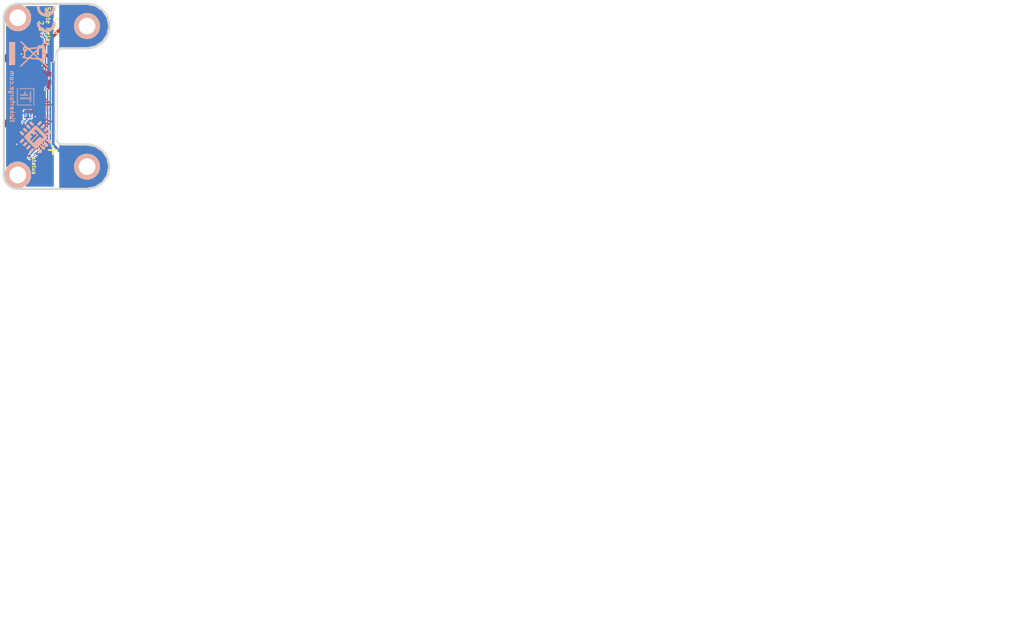
<source format=kicad_pcb>
(kicad_pcb (version 4) (host pcbnew 4.0.7-e2-6376~58~ubuntu17.04.1)
  (title_block (title "Solid State Relay Bricklet") (rev 1.0) (company "Tinkerforge GmbH") (comment 1 "Licensed under CERN OHL v.1.1") (comment 2 "Copyright (©) 2014, B.Nordmeyer <bastian@tinkerforge.com>"))
  (layers (0 Vorderseite mixed) (31 Rückseite signal hide) (34 B.Paste user) (35 F.Paste user) (36 B.SilkS user) (37 F.SilkS user) (38 B.Mask user) (39 F.Mask user) (44 Edge.Cuts user))
  (net 0 "")
  (net 1 +5V)
  (net 2 GND)
  (net 3 VCC)
  (net 4 "Net-(P1-Pad4)")
  (net 5 "Net-(P1-Pad5)")
  (net 6 "Net-(P1-Pad6)")
  (net 7 "Net-(P2-Pad1)")
  (net 8 "Net-(U1-Pad7)")
  (net 9 "Net-(C1-Pad1)")
  (net 10 "Net-(D1-Pad2)")
  (net 11 "Net-(P5-Pad2)")
  (net 12 SSR)
  (net 13 "Net-(R3-Pad1)")
  (net 14 S-MISO)
  (net 15 S-MOSI)
  (net 16 S-CLK)
  (net 17 S-CS)
  (net 18 "Net-(U1-Pad2)")
  (net 19 "Net-(U1-Pad3)")
  (net 20 "Net-(U1-Pad5)")
  (net 21 "Net-(U1-Pad6)")
  (net 22 "Net-(U1-Pad8)")
  (net 23 "Net-(U1-Pad11)")
  (net 24 "Net-(U1-Pad12)")
  (net 25 "Net-(U1-Pad14)")
  (net 26 "Net-(U1-Pad16)")
  (net 27 "Net-(U1-Pad17)")
  (net 28 "Net-(U1-Pad18)")
  (net 29 "Net-(U1-Pad19)")
  (net 30 "Net-(U1-Pad20)")
  (net 31 "Net-(U1-Pad21)")
  (module kicad-libraries:WEEE_7mm (layer Rückseite) (at 102.9 58.45 90)
    (fp_text reference VAL hide)
    (fp_text value WEEE_7mm hide)
  )
  (module kicad-libraries:SOT23GDS (layer Vorderseite) (at 102.6 56.8 90)
    (fp_text reference Q1)
    (fp_text value 2N7002P)
    (pad S smd rect (at -0.889 -1.016 90) (size 0.9144 0.9144) (layers Vorderseite F.Paste F.Mask) (net 2 GND))
    (pad G smd rect (at 0.889 -1.016 90) (size 0.9144 0.9144) (layers Vorderseite F.Paste F.Mask) (net 12 SSR))
    (pad D smd rect (at 0 1.016 90) (size 0.9144 0.9144) (layers Vorderseite F.Paste F.Mask) (net 7 "Net-(P2-Pad1)"))
  )
  (module Logo_31x31m (layer Rückseite) (at 103.9 64.7 270)
    (fp_text reference G*** hide)
    (fp_text value LOGO hide)
  )
  (module kicad-libraries:Fiducial_Mark (layer Vorderseite) (at 105.4 81.4)
    (fp_text reference Fiducial_Mark hide)
    (fp_text value VAL** hide)
    (pad 1 smd circle (at 0 0) (size 1.00076 1.00076) (layers Vorderseite F.Paste F.Mask) (clearance 0.65024))
  )
  (module kicad-libraries:C0402E (layer Vorderseite) (at 104.8 69.2 270)
    (fp_text reference C1)
    (fp_text value 220pF)
    (pad 1 smd rect (at -0.65 0 270) (size 0.7 0.9) (layers Vorderseite F.Paste F.Mask) (net 9 "Net-(C1-Pad1)"))
    (pad 2 smd rect (at 0.65 0 270) (size 0.7 0.9) (layers Vorderseite F.Paste F.Mask) (net 2 GND))
  )
  (module kicad-libraries:C0805 (layer Vorderseite) (at 105 62.7 90)
    (fp_text reference C2)
    (fp_text value 10uF)
    (pad 1 smd rect (at -1.00076 0 90) (size 1.00076 1.24968) (layers Vorderseite F.Paste F.Mask) (net 3 VCC) (clearance 0.14986))
    (pad 2 smd rect (at 1.00076 0 90) (size 1.00076 1.24968) (layers Vorderseite F.Paste F.Mask) (net 2 GND) (clearance 0.14986))
  )
  (module kicad-libraries:C0603F (layer Vorderseite) (at 106.5 62.9 90)
    (fp_text reference C3)
    (fp_text value 1uF)
    (pad 1 smd rect (at -0.75 0 90) (size 0.9 0.9) (layers Vorderseite F.Paste F.Mask) (net 3 VCC))
    (pad 2 smd rect (at 0.75 0 90) (size 0.9 0.9) (layers Vorderseite F.Paste F.Mask) (net 2 GND))
  )
  (module kicad-libraries:C0603F (layer Vorderseite) (at 101.8 75.9 135)
    (fp_text reference C4)
    (fp_text value 100nF)
    (pad 1 smd rect (at -0.75 0 135) (size 0.9 0.9) (layers Vorderseite F.Paste F.Mask) (net 3 VCC))
    (pad 2 smd rect (at 0.75 0 135) (size 0.9 0.9) (layers Vorderseite F.Paste F.Mask) (net 2 GND))
  )
  (module kicad-libraries:D0603E (layer Vorderseite) (at 105.15 78.7 270)
    (fp_text reference D1)
    (fp_text value blue)
    (pad 1 smd rect (at -0.8501 0 270) (size 1.1 1) (layers Vorderseite F.Paste F.Mask) (net 3 VCC))
    (pad 2 smd rect (at 0.8501 0 270) (size 1.1 1) (layers Vorderseite F.Paste F.Mask) (net 10 "Net-(D1-Pad2)"))
  )
  (module kicad-libraries:CON-SENSOR2 (layer Vorderseite) (at 98.4 65.2 270)
    (fp_text reference P1)
    (fp_text value CON-SENSOR2)
    (pad 1 smd rect (at -3.75 -4.6 270) (size 0.6 1.8) (layers Vorderseite F.Paste F.Mask) (net 1 +5V))
    (pad 2 smd rect (at -2.5 -4.6 270) (size 0.6 1.8) (layers Vorderseite F.Paste F.Mask) (net 2 GND))
    (pad EP smd rect (at -5.9 -1.2 270) (size 1.4 2.4) (layers Vorderseite F.Paste F.Mask) (net 2 GND))
    (pad EP smd rect (at 5.9 -1.2 270) (size 1.4 2.4) (layers Vorderseite F.Paste F.Mask) (net 2 GND))
    (pad 3 smd rect (at -1.25 -4.6 270) (size 0.6 1.8) (layers Vorderseite F.Paste F.Mask) (net 3 VCC))
    (pad 4 smd rect (at 0 -4.6 270) (size 0.6 1.8) (layers Vorderseite F.Paste F.Mask) (net 4 "Net-(P1-Pad4)"))
    (pad 5 smd rect (at 1.25 -4.6 270) (size 0.6 1.8) (layers Vorderseite F.Paste F.Mask) (net 5 "Net-(P1-Pad5)"))
    (pad 6 smd rect (at 2.5 -4.6 270) (size 0.6 1.8) (layers Vorderseite F.Paste F.Mask) (net 6 "Net-(P1-Pad6)"))
    (pad 7 smd rect (at 3.75 -4.6 270) (size 0.6 1.8) (layers Vorderseite F.Paste F.Mask) (net 9 "Net-(C1-Pad1)"))
  )
  (module kicad-libraries:Drill (layer Vorderseite) (at 113.4 53.5)
    (fp_text reference P2 hide)
    (fp_text value TST hide)
    (pad 1 thru_hole circle (at 0 0) (size 4.699 4.699) (drill 2.99974) (layers *.Cu *.SilkS *.Mask) (net 7 "Net-(P2-Pad1)"))
  )
  (module kicad-libraries:Drill (layer Vorderseite) (at 113.4 78.9)
    (fp_text reference P3 hide)
    (fp_text value TST hide)
    (pad 1 thru_hole circle (at 0 0) (size 4.699 4.699) (drill 2.99974) (layers *.Cu *.SilkS *.Mask) (net 1 +5V))
  )
  (module kicad-libraries:SolderJumper (layer Rückseite) (at 102.7 69.45 270)
    (fp_text reference P5)
    (fp_text value BOOT)
    (pad 2 smd rect (at 0.55 0 270) (size 0.3 1.4) (layers Rückseite B.Mask) (net 11 "Net-(P5-Pad2)"))
    (pad 2 smd rect (at 0.15 0 270) (size 0.6 0.5) (layers Rückseite B.Mask) (net 11 "Net-(P5-Pad2)"))
    (pad 1 smd rect (at -0.5 0 270) (size 0.4 1.4) (layers Rückseite B.Mask) (net 2 GND))
    (pad 1 smd rect (at -0.225 -0.55 270) (size 0.95 0.3) (layers Rückseite B.Mask) (net 2 GND))
    (pad 1 smd rect (at -0.225 0.55 270) (size 0.95 0.3) (layers Rückseite B.Mask) (net 2 GND))
  )
  (module kicad-libraries:R0603F (layer Vorderseite) (at 106.55 78.7 270)
    (fp_text reference R3)
    (fp_text value 1k)
    (pad 1 smd rect (at -0.75 0 270) (size 0.9 0.9) (layers Vorderseite F.Paste F.Mask) (net 13 "Net-(R3-Pad1)"))
    (pad 2 smd rect (at 0.75 0 270) (size 0.9 0.9) (layers Vorderseite F.Paste F.Mask) (net 10 "Net-(D1-Pad2)"))
  )
  (module kicad-libraries:4X0402 (layer Vorderseite) (at 106.5 69.2 180)
    (fp_text reference RP1)
    (fp_text value 82)
    (pad 1 smd rect (at -0.7493 0.575) (size 0.29972 0.65) (layers Vorderseite F.Paste F.Mask) (net 4 "Net-(P1-Pad4)"))
    (pad 2 smd rect (at -0.24892 0.575) (size 0.29972 0.65) (layers Vorderseite F.Paste F.Mask) (net 5 "Net-(P1-Pad5)"))
    (pad 3 smd rect (at 0.24892 0.575) (size 0.29972 0.65) (layers Vorderseite F.Paste F.Mask) (net 6 "Net-(P1-Pad6)"))
    (pad 4 smd rect (at 0.7493 0.575) (size 0.29972 0.65) (layers Vorderseite F.Paste F.Mask) (net 9 "Net-(C1-Pad1)"))
    (pad 5 smd rect (at 0.7493 -0.575 180) (size 0.29972 0.65) (layers Vorderseite F.Paste F.Mask) (net 14 S-MISO))
    (pad 6 smd rect (at 0.24892 -0.575 180) (size 0.29972 0.65) (layers Vorderseite F.Paste F.Mask) (net 15 S-MOSI))
    (pad 7 smd rect (at -0.24892 -0.575 180) (size 0.29972 0.65) (layers Vorderseite F.Paste F.Mask) (net 16 S-CLK))
    (pad 8 smd rect (at -0.7493 -0.575 180) (size 0.29972 0.65) (layers Vorderseite F.Paste F.Mask) (net 17 S-CS))
  )
  (module kicad-libraries:QFN24-4x4mm-0.5mm (layer Vorderseite) (at 104.1 73.5 315)
    (fp_text reference U1)
    (fp_text value XMC110024)
    (pad 1 smd oval (at -2.025 -1.25 315) (size 1 0.3) (layers Vorderseite F.Paste F.Mask) (net 14 S-MISO))
    (pad 2 smd oval (at -2.025 -0.75 315) (size 1 0.3) (layers Vorderseite F.Paste F.Mask) (net 18 "Net-(U1-Pad2)"))
    (pad 3 smd oval (at -2.025 -0.25 315) (size 1 0.3) (layers Vorderseite F.Paste F.Mask) (net 19 "Net-(U1-Pad3)"))
    (pad 4 smd oval (at -2.025 0.25 315) (size 1 0.3) (layers Vorderseite F.Paste F.Mask) (net 11 "Net-(P5-Pad2)"))
    (pad 5 smd oval (at -2.025 0.75 315) (size 1 0.3) (layers Vorderseite F.Paste F.Mask) (net 20 "Net-(U1-Pad5)"))
    (pad 6 smd oval (at -2.025 1.25 315) (size 1 0.3) (layers Vorderseite F.Paste F.Mask) (net 21 "Net-(U1-Pad6)"))
    (pad 7 smd oval (at -1.25 2.025 45) (size 1 0.3) (layers Vorderseite F.Paste F.Mask) (net 8 "Net-(U1-Pad7)"))
    (pad 8 smd oval (at -0.75 2.025 45) (size 1 0.3) (layers Vorderseite F.Paste F.Mask) (net 22 "Net-(U1-Pad8)"))
    (pad 9 smd oval (at -0.25 2.025 45) (size 1 0.3) (layers Vorderseite F.Paste F.Mask) (net 2 GND))
    (pad 10 smd oval (at 0.25 2.025 45) (size 1 0.3) (layers Vorderseite F.Paste F.Mask) (net 3 VCC))
    (pad 11 smd oval (at 0.75 2.025 45) (size 1 0.3) (layers Vorderseite F.Paste F.Mask) (net 23 "Net-(U1-Pad11)"))
    (pad 12 smd oval (at 1.25 2.025 45) (size 1 0.3) (layers Vorderseite F.Paste F.Mask) (net 24 "Net-(U1-Pad12)"))
    (pad 13 smd oval (at 2.025 1.25 315) (size 1 0.3) (layers Vorderseite F.Paste F.Mask) (net 12 SSR))
    (pad 14 smd oval (at 2.025 0.75 315) (size 1 0.3) (layers Vorderseite F.Paste F.Mask) (net 25 "Net-(U1-Pad14)"))
    (pad 15 smd oval (at 2.025 0.25 315) (size 1 0.3) (layers Vorderseite F.Paste F.Mask) (net 13 "Net-(R3-Pad1)"))
    (pad 16 smd oval (at 2.025 -0.25 315) (size 1 0.3) (layers Vorderseite F.Paste F.Mask) (net 26 "Net-(U1-Pad16)"))
    (pad 17 smd oval (at 2.025 -0.75 315) (size 1 0.3) (layers Vorderseite F.Paste F.Mask) (net 27 "Net-(U1-Pad17)"))
    (pad 18 smd oval (at 2.025 -1.25 315) (size 1 0.3) (layers Vorderseite F.Paste F.Mask) (net 28 "Net-(U1-Pad18)"))
    (pad 19 smd oval (at 1.25 -2.025 45) (size 1 0.3) (layers Vorderseite F.Paste F.Mask) (net 29 "Net-(U1-Pad19)"))
    (pad 20 smd oval (at 0.75 -2.025 45) (size 1 0.3) (layers Vorderseite F.Paste F.Mask) (net 30 "Net-(U1-Pad20)"))
    (pad 21 smd oval (at 0.25 -2.025 45) (size 1 0.3) (layers Vorderseite F.Paste F.Mask) (net 31 "Net-(U1-Pad21)"))
    (pad 22 smd oval (at -0.25 -2.025 45) (size 1 0.3) (layers Vorderseite F.Paste F.Mask) (net 17 S-CS))
    (pad 23 smd oval (at -0.75 -2.025 45) (size 1 0.3) (layers Vorderseite F.Paste F.Mask) (net 16 S-CLK))
    (pad 24 smd oval (at -1.25 -2.025 45) (size 1 0.3) (layers Vorderseite F.Paste F.Mask) (net 15 S-MOSI))
    (pad EXP smd rect (at 0.65 0.65 315) (size 1.3 1.3) (layers Vorderseite F.Paste F.Mask) (net 2 GND))
    (pad EXP smd rect (at 0.65 -0.65 315) (size 1.3 1.3) (layers Vorderseite F.Paste F.Mask) (net 2 GND))
    (pad EXP smd rect (at -0.65 0.65 315) (size 1.3 1.3) (layers Vorderseite F.Paste F.Mask) (net 2 GND))
    (pad EXP smd rect (at -0.65 -0.65 315) (size 1.3 1.3) (layers Vorderseite F.Paste F.Mask) (net 2 GND))
  )
  (module kicad-libraries:DRILL_NP (layer Vorderseite) (at 100.9 52)
    (fp_text reference U2 hide)
    (fp_text value DRILL hide)
    (pad "" np_thru_hole circle (at 0 0) (size 2.99974 2.99974) (drill 2.99974) (layers *.Cu *.Mask F.SilkS) (clearance 0.89916))
  )
  (module kicad-libraries:DRILL_NP (layer Vorderseite) (at 100.9 80.4)
    (fp_text reference U3 hide)
    (fp_text value DRILL hide)
    (pad "" np_thru_hole circle (at 0 0) (size 2.99974 2.99974) (drill 2.99974) (layers *.Cu *.Mask F.SilkS) (clearance 0.89916))
  )
  (module kicad-libraries:R0603F (layer Vorderseite) (at 99.8 56.8 270)
    (fp_text reference R1)
    (fp_text value 10k)
    (pad 1 smd rect (at -0.75 0 270) (size 0.9 0.9) (layers Vorderseite F.Paste F.Mask) (net 12 SSR))
    (pad 2 smd rect (at 0.75 0 270) (size 0.9 0.9) (layers Vorderseite F.Paste F.Mask) (net 2 GND))
  )
  (module kicad-libraries:R0603F (layer Vorderseite) (at 104.9 57.6 90)
    (fp_text reference R2)
    (fp_text value 1k)
    (pad 1 smd rect (at -0.75 0 90) (size 0.9 0.9) (layers Vorderseite F.Paste F.Mask) (net 1 +5V))
    (pad 2 smd rect (at 0.75 0 90) (size 0.9 0.9) (layers Vorderseite F.Paste F.Mask) (net 7 "Net-(P2-Pad1)"))
  )
  (module kicad-libraries:Logo_CoMCU (layer Rückseite) (at 104.15 73.55 135)
    (fp_text reference G*** hide)
    (fp_text value LOGO hide)
  )
  (module kicad-libraries:CE_5mm (layer Rückseite) (at 106.025 52.25 90)
    (fp_text reference VAL hide)
    (fp_text value CE_5mm hide)
  )
  (gr_text status (at 103.85 78.7 270) (layer F.SilkS) (effects (font (size 0.7 0.7))))
  (gr_line (start 113.4 74.9) (end 108.9 74.9) (angle 90) (layer Edge.Cuts) (width 0.381))
  (gr_line (start 107.9 58.5) (end 107.9 73.9) (angle 90) (layer Edge.Cuts) (width 0.381))
  (gr_line (start 113.4 57.5) (end 108.9 57.5) (angle 90) (layer Edge.Cuts) (width 0.381))
  (gr_arc (start 108.9 58.5) (end 107.9 58.5) (angle 90) (layer Edge.Cuts) (width 0.381))
  (gr_arc (start 108.9 73.9) (end 108.9 74.9) (angle 90) (layer Edge.Cuts) (width 0.381))
  (gr_text + (at 107.23 75.75) (layer F.SilkS) (effects (font (size 2 2) (thickness 0.3))))
  (gr_text tinkerforge.com (at 99.9 66.2 270) (layer B.SilkS) (effects (font (size 0.8 0.8)) (justify mirror)))
  (gr_line (start 98.4 80.4) (end 98.4 52) (angle 90) (layer Edge.Cuts) (width 0.381))
  (gr_arc (start 113.4 78.9) (end 117.4 78.9) (angle 90) (layer Edge.Cuts) (width 0.381))
  (gr_arc (start 113.4 78.9) (end 113.4 74.9) (angle 90) (layer Edge.Cuts) (width 0.381))
  (gr_arc (start 113.4 53.5) (end 113.4 49.5) (angle 90) (layer Edge.Cuts) (width 0.381))
  (gr_arc (start 113.4 53.5) (end 117.4 53.5) (angle 90) (layer Edge.Cuts) (width 0.381))
  (gr_line (start 113.4 82.9) (end 100.9 82.9) (angle 90) (layer Edge.Cuts) (width 0.381))
  (gr_line (start 113.4 49.5) (end 100.9 49.5) (angle 90) (layer Edge.Cuts) (width 0.381))
  (gr_arc (start 100.9 52) (end 98.4 52) (angle 90) (layer Edge.Cuts) (width 0.381))
  (gr_arc (start 100.9 80.4) (end 100.9 82.9) (angle 90) (layer Edge.Cuts) (width 0.381))
  (gr_text "Solid\nState Relay\n2.0" (at 106.4 53.5 270) (layer F.SilkS) (effects (font (size 0.8 0.8))))
  (segment (start 104.9 58.35) (end 105.67 58.35) (width 0.5) (layer Vorderseite) (net 1))
  (segment (start 107.3 74.94) (end 111.26 78.9) (width 0.5) (layer Rückseite) (net 1))
  (segment (start 107.3 59.98) (end 107.3 74.94) (width 0.5) (layer Rückseite) (net 1))
  (via (at 107.3 59.98) (size 0.55) (drill 0.25) (layers Vorderseite Rückseite) (net 1))
  (segment (start 105.67 58.35) (end 107.3 59.98) (width 0.5) (layer Vorderseite) (net 1))
  (segment (start 111.26 78.9) (end 113.4 78.9) (width 0.29972) (layer Rückseite) (net 1))
  (segment (start 103 61.45) (end 103 60.9) (width 0.29972) (layer Vorderseite) (net 1))
  (segment (start 104.9 59) (end 104.9 58.35) (width 0.29972) (layer Vorderseite) (net 1))
  (segment (start 103 60.9) (end 104.9 59) (width 0.29972) (layer Vorderseite) (net 1))
  (segment (start 103 61.27) (end 103 61.45) (width 0.29972) (layer Vorderseite) (net 1))
  (segment (start 102.7 68.95) (end 102.7 68.325) (width 0.25) (layer Rückseite) (net 2))
  (segment (start 103.25 69.225) (end 103.775 69.225) (width 0.25) (layer Rückseite) (net 2))
  (segment (start 102.15 69.225) (end 101.675 69.225) (width 0.25) (layer Rückseite) (net 2))
  (segment (start 106.5 62.15) (end 106.5 61.1) (width 0.59944) (layer Vorderseite) (net 2))
  (via (at 105.3 60.65) (size 0.55) (drill 0.25) (layers Vorderseite Rückseite) (net 2))
  (segment (start 106.05 60.65) (end 105.3 60.65) (width 0.59944) (layer Vorderseite) (net 2))
  (segment (start 106.5 61.1) (end 106.05 60.65) (width 0.59944) (layer Vorderseite) (net 2))
  (segment (start 101.584 57.689) (end 101.584 58.556) (width 0.55) (layer Vorderseite) (net 2))
  (via (at 101.58 58.56) (size 0.55) (drill 0.25) (layers Vorderseite Rückseite) (net 2))
  (segment (start 101.584 58.556) (end 101.58 58.56) (width 0.55) (layer Vorderseite) (net 2))
  (segment (start 101.445 57.55) (end 101.584 57.689) (width 0.55) (layer Vorderseite) (net 2))
  (segment (start 104.8 69.85) (end 104.05 69.85) (width 0.55) (layer Vorderseite) (net 2))
  (via (at 104.05 69.85) (size 0.55) (drill 0.25) (layers Vorderseite Rückseite) (net 2))
  (segment (start 103.180761 73.5) (end 103.180761 74.065686) (width 0.2) (layer Vorderseite) (net 2))
  (segment (start 103.180761 74.065686) (end 102.491332 74.755115) (width 0.2) (layer Vorderseite) (net 2))
  (segment (start 105.019239 73.5) (end 104.1 72.580761) (width 0.2) (layer Vorderseite) (net 2))
  (segment (start 104.1 72.580761) (end 103.180761 73.5) (width 0.2) (layer Vorderseite) (net 2))
  (segment (start 103.180761 73.5) (end 104.1 74.419239) (width 0.2) (layer Vorderseite) (net 2))
  (segment (start 104.1 74.419239) (end 105.019239 73.5) (width 0.2) (layer Vorderseite) (net 2))
  (segment (start 101.26967 75.36967) (end 100.74 74.84) (width 0.55) (layer Vorderseite) (net 2))
  (via (at 100.74 74.84) (size 0.55) (drill 0.25) (layers Vorderseite Rückseite) (net 2))
  (segment (start 105 61.69924) (end 105.50924 61.69924) (width 0.29972) (layer Vorderseite) (net 2))
  (segment (start 105.50924 61.69924) (end 105.96 62.15) (width 0.59944) (layer Vorderseite) (net 2))
  (segment (start 105.96 62.15) (end 106.5 62.15) (width 0.59944) (layer Vorderseite) (net 2))
  (segment (start 103 62.7) (end 103.99924 62.7) (width 0.59944) (layer Vorderseite) (net 2))
  (segment (start 103.99924 62.7) (end 105 61.69924) (width 0.59944) (layer Vorderseite) (net 2))
  (segment (start 99.8 57.55) (end 99.8 59.1) (width 0.55) (layer Vorderseite) (net 2))
  (segment (start 99.8 59.1) (end 99.6 59.3) (width 0.55) (layer Vorderseite) (net 2))
  (segment (start 99.6 59.3) (end 99.6 60.375) (width 0.55) (layer Vorderseite) (net 2))
  (via (at 99.6 60.375) (size 0.55) (drill 0.25) (layers Vorderseite Rückseite) (net 2))
  (segment (start 99.6 71.1) (end 99.6 70.025) (width 0.55) (layer Vorderseite) (net 2))
  (via (at 99.6 70.025) (size 0.55) (drill 0.25) (layers Vorderseite Rückseite) (net 2))
  (segment (start 102.491332 74.755115) (end 102.491332 74.758668) (width 0.2) (layer Vorderseite) (net 2))
  (segment (start 102.491332 74.758668) (end 101.88033 75.36967) (width 0.2) (layer Vorderseite) (net 2))
  (segment (start 101.88033 75.36967) (end 101.26967 75.36967) (width 0.2) (layer Vorderseite) (net 2))
  (segment (start 105.15 77.8499) (end 103.6999 77.8499) (width 0.2) (layer Vorderseite) (net 3))
  (segment (start 103.6999 77.8499) (end 103.1 77.25) (width 0.2) (layer Vorderseite) (net 3))
  (segment (start 106.5 63.65) (end 106.5 64.5) (width 0.59944) (layer Vorderseite) (net 3))
  (segment (start 103.125 77.225) (end 103.15 77.25) (width 0.25) (layer Vorderseite) (net 3))
  (segment (start 103.1 77.25) (end 103.125 77.225) (width 0.25) (layer Vorderseite) (net 3))
  (via (at 103.1 77.25) (size 0.55) (drill 0.25) (layers Vorderseite Rückseite) (net 3))
  (segment (start 103.1 76.75) (end 103.1 77.25) (width 0.25) (layer Rückseite) (net 3))
  (segment (start 106.3 73.55) (end 103.1 76.75) (width 0.25) (layer Rückseite) (net 3))
  (segment (start 106.3 65) (end 106.3 73.55) (width 0.25) (layer Rückseite) (net 3))
  (segment (start 106.15 64.85) (end 106.3 65) (width 0.25) (layer Rückseite) (net 3))
  (via (at 106.15 64.85) (size 0.55) (drill 0.25) (layers Vorderseite Rückseite) (net 3))
  (segment (start 106.5 64.5) (end 106.15 64.85) (width 0.59944) (layer Vorderseite) (net 3))
  (segment (start 103.15 77.25) (end 102.33033 76.43033) (width 0.25) (layer Vorderseite) (net 3))
  (segment (start 102.33033 76.83033) (end 102.33033 76.43033) (width 0.2) (layer Vorderseite) (net 3))
  (segment (start 105 63.70076) (end 104.34924 63.70076) (width 0.59944) (layer Vorderseite) (net 3))
  (segment (start 104.1 63.95) (end 103 63.95) (width 0.59944) (layer Vorderseite) (net 3))
  (segment (start 104.34924 63.70076) (end 104.1 63.95) (width 0.59944) (layer Vorderseite) (net 3))
  (segment (start 106.5 63.65) (end 105.05076 63.65) (width 0.59944) (layer Vorderseite) (net 3))
  (segment (start 105.05076 63.65) (end 105 63.70076) (width 0.29972) (layer Vorderseite) (net 3))
  (segment (start 102.844885 75.108668) (end 102.841332 75.108668) (width 0.2) (layer Vorderseite) (net 3))
  (segment (start 102.841332 75.108668) (end 102.33033 75.61967) (width 0.2) (layer Vorderseite) (net 3))
  (segment (start 102.33033 75.61967) (end 102.33033 76.43033) (width 0.2) (layer Vorderseite) (net 3))
  (segment (start 103 65.2) (end 104.5 65.2) (width 0.2) (layer Vorderseite) (net 4))
  (segment (start 107.2493 67.9493) (end 107.2493 68.625) (width 0.2) (layer Vorderseite) (net 4))
  (segment (start 104.5 65.2) (end 107.2493 67.9493) (width 0.2) (layer Vorderseite) (net 4))
  (segment (start 102.8 66.45) (end 105.25 66.45) (width 0.2) (layer Vorderseite) (net 5))
  (segment (start 106.74892 67.94892) (end 106.74892 68.625) (width 0.2) (layer Vorderseite) (net 5))
  (segment (start 105.25 66.45) (end 106.74892 67.94892) (width 0.2) (layer Vorderseite) (net 5))
  (segment (start 103 67.7) (end 105.4 67.7) (width 0.2) (layer Vorderseite) (net 6))
  (segment (start 106.25108 67.95108) (end 106.25108 68.625) (width 0.2) (layer Vorderseite) (net 6))
  (segment (start 106 67.7) (end 106.25108 67.95108) (width 0.2) (layer Vorderseite) (net 6))
  (segment (start 105.4 67.7) (end 106 67.7) (width 0.2) (layer Vorderseite) (net 6))
  (segment (start 104.9 56.85) (end 105.75 56.85) (width 0.59944) (layer Vorderseite) (net 7))
  (segment (start 109.1 53.5) (end 113.4 53.5) (width 0.59944) (layer Vorderseite) (net 7))
  (segment (start 105.75 56.85) (end 109.1 53.5) (width 0.59944) (layer Vorderseite) (net 7))
  (segment (start 103.616 56.8) (end 104.85 56.8) (width 0.59944) (layer Vorderseite) (net 7))
  (segment (start 104.85 56.8) (end 104.9 56.85) (width 0.29972) (layer Vorderseite) (net 7))
  (segment (start 104.8 68.55) (end 104.45 68.55) (width 0.2) (layer Vorderseite) (net 9))
  (segment (start 104.45 68.55) (end 104.05 68.95) (width 0.2) (layer Vorderseite) (net 9))
  (segment (start 104.05 68.95) (end 103 68.95) (width 0.2) (layer Vorderseite) (net 9))
  (segment (start 105.7507 68.625) (end 104.875 68.625) (width 0.2) (layer Vorderseite) (net 9))
  (segment (start 104.875 68.625) (end 104.8 68.55) (width 0.2) (layer Vorderseite) (net 9))
  (segment (start 106.55 79.45) (end 106.4499 79.5501) (width 0.2) (layer Vorderseite) (net 10))
  (segment (start 106.4499 79.5501) (end 105.15 79.5501) (width 0.2) (layer Vorderseite) (net 10))
  (segment (start 106.2801 79.45) (end 106.18 79.5501) (width 0.2) (layer Vorderseite) (net 10))
  (segment (start 102.7 70) (end 102.7 69.6) (width 0.25) (layer Rückseite) (net 11))
  (segment (start 102.491332 72.244885) (end 102.491332 72.241332) (width 0.25) (layer Vorderseite) (net 11))
  (segment (start 102.491332 72.241332) (end 102 71.75) (width 0.25) (layer Vorderseite) (net 11))
  (segment (start 102 70.85) (end 102.7 70.15) (width 0.25) (layer Rückseite) (net 11))
  (via (at 102 70.85) (size 0.55) (drill 0.25) (layers Vorderseite Rückseite) (net 11))
  (segment (start 102 71.75) (end 102 70.85) (width 0.25) (layer Vorderseite) (net 11))
  (segment (start 102.7 70.15) (end 102.7 70) (width 0.25) (layer Rückseite) (net 11))
  (segment (start 101.584 55.911) (end 101.584 55.566) (width 0.25) (layer Vorderseite) (net 12))
  (segment (start 101.584 55.566) (end 102.05 55.1) (width 0.25) (layer Vorderseite) (net 12))
  (segment (start 105.05 76.217767) (end 104.648008 75.815775) (width 0.25) (layer Vorderseite) (net 12))
  (segment (start 105.05 76.45) (end 105.05 76.217767) (width 0.25) (layer Vorderseite) (net 12))
  (segment (start 104.9 76.6) (end 105.05 76.45) (width 0.25) (layer Vorderseite) (net 12))
  (segment (start 104.1 76.6) (end 104.9 76.6) (width 0.25) (layer Vorderseite) (net 12))
  (segment (start 104.05 76.65) (end 104.1 76.6) (width 0.25) (layer Vorderseite) (net 12))
  (via (at 104.05 76.65) (size 0.55) (drill 0.25) (layers Vorderseite Rückseite) (net 12))
  (segment (start 106.75 73.95) (end 104.05 76.65) (width 0.25) (layer Rückseite) (net 12))
  (segment (start 106.75 62.45) (end 106.75 73.95) (width 0.25) (layer Rückseite) (net 12))
  (segment (start 105.9 61.6) (end 106.75 62.45) (width 0.25) (layer Rückseite) (net 12))
  (segment (start 105.9 55.65) (end 105.9 61.6) (width 0.25) (layer Rückseite) (net 12))
  (segment (start 105.35 55.1) (end 105.9 55.65) (width 0.25) (layer Rückseite) (net 12))
  (via (at 105.35 55.1) (size 0.55) (drill 0.25) (layers Vorderseite Rückseite) (net 12))
  (segment (start 102.05 55.1) (end 105.35 55.1) (width 0.25) (layer Vorderseite) (net 12))
  (segment (start 99.69 56.125) (end 100.586 56.125) (width 0.29972) (layer Vorderseite) (net 12))
  (segment (start 100.8 55.911) (end 101.584 55.911) (width 0.29972) (layer Vorderseite) (net 12))
  (segment (start 100.586 56.125) (end 100.8 55.911) (width 0.29972) (layer Vorderseite) (net 12))
  (segment (start 105.355115 75.108668) (end 106.55 76.303553) (width 0.2) (layer Vorderseite) (net 13))
  (segment (start 106.55 76.303553) (end 106.55 77.95) (width 0.2) (layer Vorderseite) (net 13))
  (segment (start 105.355115 75.108668) (end 105.355115 75.115115) (width 0.2) (layer Vorderseite) (net 13))
  (segment (start 105.355115 75.108668) (end 105.358668 75.108668) (width 0.25) (layer Vorderseite) (net 13))
  (segment (start 103.551992 71.184225) (end 104.236217 70.5) (width 0.2) (layer Vorderseite) (net 14))
  (segment (start 105.7507 70.2493) (end 105.7507 69.775) (width 0.2) (layer Vorderseite) (net 14))
  (segment (start 105.5 70.5) (end 105.7507 70.2493) (width 0.2) (layer Vorderseite) (net 14))
  (segment (start 104.236217 70.5) (end 105.5 70.5) (width 0.2) (layer Vorderseite) (net 14))
  (segment (start 104.648008 71.184225) (end 104.982231 70.850002) (width 0.2) (layer Vorderseite) (net 15))
  (segment (start 104.982231 70.850002) (end 105.649998 70.850002) (width 0.2) (layer Vorderseite) (net 15))
  (segment (start 105.649998 70.850002) (end 106.25108 70.24892) (width 0.2) (layer Vorderseite) (net 15))
  (segment (start 106.25108 70.24892) (end 106.25108 69.775) (width 0.2) (layer Vorderseite) (net 15))
  (segment (start 105.001561 71.537779) (end 105.31434 71.225) (width 0.2) (layer Vorderseite) (net 16))
  (segment (start 105.31434 71.225) (end 105.95 71.225) (width 0.2) (layer Vorderseite) (net 16))
  (segment (start 105.95 71.225) (end 106.74892 70.42608) (width 0.2) (layer Vorderseite) (net 16))
  (segment (start 106.74892 70.42608) (end 106.74892 69.775) (width 0.2) (layer Vorderseite) (net 16))
  (segment (start 105.355115 71.891332) (end 105.666447 71.58) (width 0.2) (layer Vorderseite) (net 17))
  (segment (start 105.666447 71.58) (end 106.12 71.58) (width 0.2) (layer Vorderseite) (net 17))
  (segment (start 106.12 71.58) (end 107.2493 70.4507) (width 0.2) (layer Vorderseite) (net 17))
  (segment (start 107.2493 70.4507) (end 107.2493 69.775) (width 0.2) (layer Vorderseite) (net 17))
  (zone (net 1) (net_name +5V) (layer Vorderseite) (connect_pads yes (clearance 0)) (min_thickness 0.2) (fill yes (arc_segments 16) (thermal_gap 0.2) (thermal_bridge_width 0.3))
    (polygon (pts (xy 108.4 74.9) (xy 108.4 82.9) (xy 117.6 82.9) (xy 117.6 74.9)))
  )
  (zone (net 1) (net_name +5V) (layer Rückseite) (connect_pads yes (clearance 0)) (min_thickness 0.2) (fill yes (arc_segments 16) (thermal_gap 0.2) (thermal_bridge_width 0.3))
    (polygon (pts (xy 117.6 74.9) (xy 108.4 74.9) (xy 108.4 82.9) (xy 117.6 82.9)))
  )
  (zone (net 7) (net_name "Net-(P2-Pad1)") (layer Rückseite) (connect_pads yes (clearance 0)) (min_thickness 0.2) (fill yes (arc_segments 16) (thermal_gap 0.2) (thermal_bridge_width 0.3))
    (polygon (pts (xy 108.4 57.5) (xy 117.6 57.5) (xy 117.6 49.5) (xy 108.4 49.5)))
  )
  (zone (net 7) (net_name "Net-(P2-Pad1)") (layer Vorderseite) (connect_pads yes (clearance 0)) (min_thickness 0.2) (fill yes (arc_segments 16) (thermal_gap 0.2) (thermal_bridge_width 0.3))
    (polygon (pts (xy 117.6 49.5) (xy 108.4 49.5) (xy 108.4 57.5) (xy 117.6 57.5)))
  )
  (zone (net 2) (net_name GND) (layer Rückseite) (connect_pads no (clearance 0.2)) (min_thickness 0.2) (fill yes (arc_segments 16) (thermal_gap 0.2) (thermal_bridge_width 0.3))
    (polygon (pts (xy 107.4 82.9) (xy 98.4 82.9) (xy 98.4 49.5) (xy 107.4 49.5)))
  )
)
</source>
